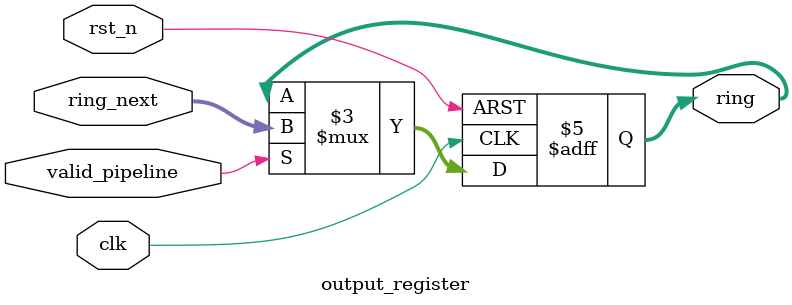
<source format=sv>
module counter_ring #(parameter DEPTH=4) (
    input clk, rst_n,
    output [DEPTH-1:0] ring
);
    wire [DEPTH-1:0] ring_next;
    wire valid_pipeline;

    // 子模块实例化
    ring_shift_logic #(
        .DEPTH(DEPTH)
    ) shift_logic_inst (
        .ring_current(ring),
        .ring_next(ring_next)
    );

    pipeline_control pipeline_ctrl_inst (
        .clk(clk),
        .rst_n(rst_n),
        .valid_pipeline(valid_pipeline)
    );

    output_register #(
        .DEPTH(DEPTH)
    ) output_reg_inst (
        .clk(clk),
        .rst_n(rst_n),
        .valid_pipeline(valid_pipeline),
        .ring_next(ring_next),
        .ring(ring)
    );

endmodule

// 环形移位逻辑子模块
module ring_shift_logic #(parameter DEPTH=4) (
    input [DEPTH-1:0] ring_current,
    output reg [DEPTH-1:0] ring_next
);
    // 实现环形移位逻辑
    always @(*) begin
        // 左移并将最高位移至最低位
        ring_next = {ring_current[DEPTH-2:0], ring_current[DEPTH-1]};
    end
endmodule

// 流水线控制子模块
module pipeline_control (
    input clk, rst_n,
    output reg valid_pipeline
);
    // 管道控制逻辑
    always @(posedge clk or negedge rst_n) begin
        if (!rst_n) begin
            valid_pipeline <= 1'b0;
        end else begin
            valid_pipeline <= 1'b1;
        end
    end
endmodule

// 输出寄存器子模块
module output_register #(parameter DEPTH=4) (
    input clk, rst_n,
    input valid_pipeline,
    input [DEPTH-1:0] ring_next,
    output reg [DEPTH-1:0] ring
);
    // 输出寄存器更新
    always @(posedge clk or negedge rst_n) begin
        if (!rst_n) begin
            ring <= {{1'b1}, {(DEPTH-1){1'b0}}};
        end else if (valid_pipeline) begin
            ring <= ring_next;
        end
    end
endmodule
</source>
